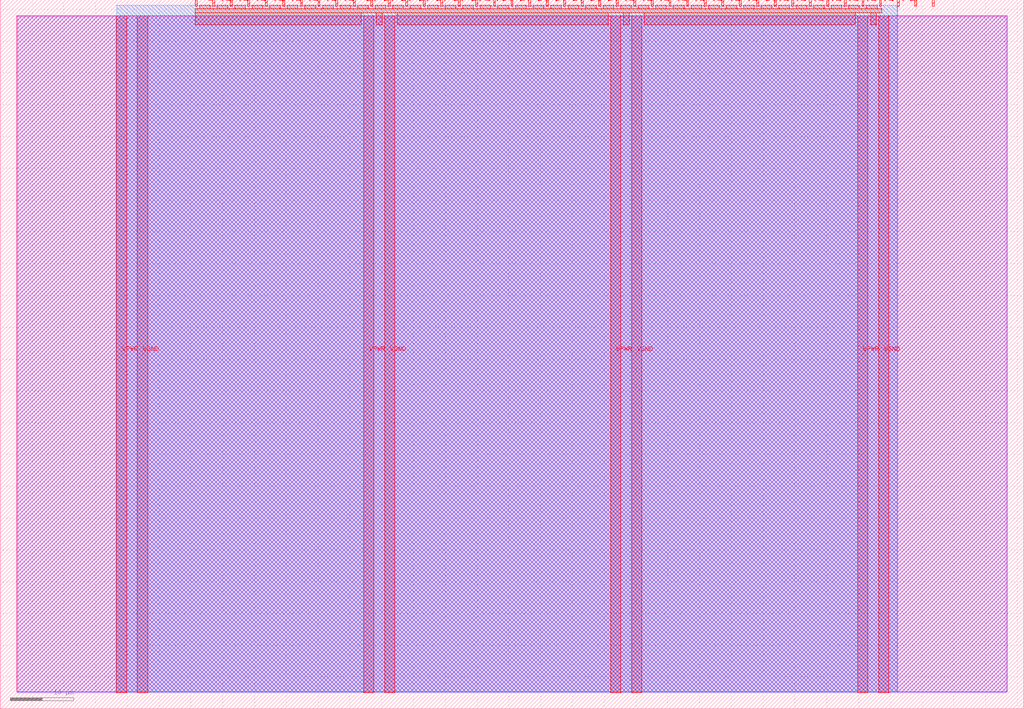
<source format=lef>
VERSION 5.7 ;
  NOWIREEXTENSIONATPIN ON ;
  DIVIDERCHAR "/" ;
  BUSBITCHARS "[]" ;
MACRO tt_um_wokwi_445254813154997249
  CLASS BLOCK ;
  FOREIGN tt_um_wokwi_445254813154997249 ;
  ORIGIN 0.000 0.000 ;
  SIZE 161.000 BY 111.520 ;
  PIN VGND
    DIRECTION INOUT ;
    USE GROUND ;
    PORT
      LAYER met4 ;
        RECT 21.580 2.480 23.180 109.040 ;
    END
    PORT
      LAYER met4 ;
        RECT 60.450 2.480 62.050 109.040 ;
    END
    PORT
      LAYER met4 ;
        RECT 99.320 2.480 100.920 109.040 ;
    END
    PORT
      LAYER met4 ;
        RECT 138.190 2.480 139.790 109.040 ;
    END
  END VGND
  PIN VPWR
    DIRECTION INOUT ;
    USE POWER ;
    PORT
      LAYER met4 ;
        RECT 18.280 2.480 19.880 109.040 ;
    END
    PORT
      LAYER met4 ;
        RECT 57.150 2.480 58.750 109.040 ;
    END
    PORT
      LAYER met4 ;
        RECT 96.020 2.480 97.620 109.040 ;
    END
    PORT
      LAYER met4 ;
        RECT 134.890 2.480 136.490 109.040 ;
    END
  END VPWR
  PIN clk
    DIRECTION INPUT ;
    USE SIGNAL ;
    PORT
      LAYER met4 ;
        RECT 143.830 110.520 144.130 111.520 ;
    END
  END clk
  PIN ena
    DIRECTION INPUT ;
    USE SIGNAL ;
    PORT
      LAYER met4 ;
        RECT 146.590 110.520 146.890 111.520 ;
    END
  END ena
  PIN rst_n
    DIRECTION INPUT ;
    USE SIGNAL ;
    PORT
      LAYER met4 ;
        RECT 141.070 110.520 141.370 111.520 ;
    END
  END rst_n
  PIN ui_in[0]
    DIRECTION INPUT ;
    USE SIGNAL ;
    ANTENNAGATEAREA 0.196500 ;
    PORT
      LAYER met4 ;
        RECT 138.310 110.520 138.610 111.520 ;
    END
  END ui_in[0]
  PIN ui_in[1]
    DIRECTION INPUT ;
    USE SIGNAL ;
    ANTENNAGATEAREA 0.196500 ;
    PORT
      LAYER met4 ;
        RECT 135.550 110.520 135.850 111.520 ;
    END
  END ui_in[1]
  PIN ui_in[2]
    DIRECTION INPUT ;
    USE SIGNAL ;
    ANTENNAGATEAREA 0.196500 ;
    PORT
      LAYER met4 ;
        RECT 132.790 110.520 133.090 111.520 ;
    END
  END ui_in[2]
  PIN ui_in[3]
    DIRECTION INPUT ;
    USE SIGNAL ;
    ANTENNAGATEAREA 0.196500 ;
    PORT
      LAYER met4 ;
        RECT 130.030 110.520 130.330 111.520 ;
    END
  END ui_in[3]
  PIN ui_in[4]
    DIRECTION INPUT ;
    USE SIGNAL ;
    ANTENNAGATEAREA 0.196500 ;
    PORT
      LAYER met4 ;
        RECT 127.270 110.520 127.570 111.520 ;
    END
  END ui_in[4]
  PIN ui_in[5]
    DIRECTION INPUT ;
    USE SIGNAL ;
    ANTENNAGATEAREA 0.196500 ;
    PORT
      LAYER met4 ;
        RECT 124.510 110.520 124.810 111.520 ;
    END
  END ui_in[5]
  PIN ui_in[6]
    DIRECTION INPUT ;
    USE SIGNAL ;
    ANTENNAGATEAREA 0.196500 ;
    PORT
      LAYER met4 ;
        RECT 121.750 110.520 122.050 111.520 ;
    END
  END ui_in[6]
  PIN ui_in[7]
    DIRECTION INPUT ;
    USE SIGNAL ;
    ANTENNAGATEAREA 0.159000 ;
    PORT
      LAYER met4 ;
        RECT 118.990 110.520 119.290 111.520 ;
    END
  END ui_in[7]
  PIN uio_in[0]
    DIRECTION INPUT ;
    USE SIGNAL ;
    PORT
      LAYER met4 ;
        RECT 116.230 110.520 116.530 111.520 ;
    END
  END uio_in[0]
  PIN uio_in[1]
    DIRECTION INPUT ;
    USE SIGNAL ;
    PORT
      LAYER met4 ;
        RECT 113.470 110.520 113.770 111.520 ;
    END
  END uio_in[1]
  PIN uio_in[2]
    DIRECTION INPUT ;
    USE SIGNAL ;
    PORT
      LAYER met4 ;
        RECT 110.710 110.520 111.010 111.520 ;
    END
  END uio_in[2]
  PIN uio_in[3]
    DIRECTION INPUT ;
    USE SIGNAL ;
    PORT
      LAYER met4 ;
        RECT 107.950 110.520 108.250 111.520 ;
    END
  END uio_in[3]
  PIN uio_in[4]
    DIRECTION INPUT ;
    USE SIGNAL ;
    PORT
      LAYER met4 ;
        RECT 105.190 110.520 105.490 111.520 ;
    END
  END uio_in[4]
  PIN uio_in[5]
    DIRECTION INPUT ;
    USE SIGNAL ;
    PORT
      LAYER met4 ;
        RECT 102.430 110.520 102.730 111.520 ;
    END
  END uio_in[5]
  PIN uio_in[6]
    DIRECTION INPUT ;
    USE SIGNAL ;
    PORT
      LAYER met4 ;
        RECT 99.670 110.520 99.970 111.520 ;
    END
  END uio_in[6]
  PIN uio_in[7]
    DIRECTION INPUT ;
    USE SIGNAL ;
    PORT
      LAYER met4 ;
        RECT 96.910 110.520 97.210 111.520 ;
    END
  END uio_in[7]
  PIN uio_oe[0]
    DIRECTION OUTPUT ;
    USE SIGNAL ;
    PORT
      LAYER met4 ;
        RECT 49.990 110.520 50.290 111.520 ;
    END
  END uio_oe[0]
  PIN uio_oe[1]
    DIRECTION OUTPUT ;
    USE SIGNAL ;
    PORT
      LAYER met4 ;
        RECT 47.230 110.520 47.530 111.520 ;
    END
  END uio_oe[1]
  PIN uio_oe[2]
    DIRECTION OUTPUT ;
    USE SIGNAL ;
    PORT
      LAYER met4 ;
        RECT 44.470 110.520 44.770 111.520 ;
    END
  END uio_oe[2]
  PIN uio_oe[3]
    DIRECTION OUTPUT ;
    USE SIGNAL ;
    PORT
      LAYER met4 ;
        RECT 41.710 110.520 42.010 111.520 ;
    END
  END uio_oe[3]
  PIN uio_oe[4]
    DIRECTION OUTPUT ;
    USE SIGNAL ;
    PORT
      LAYER met4 ;
        RECT 38.950 110.520 39.250 111.520 ;
    END
  END uio_oe[4]
  PIN uio_oe[5]
    DIRECTION OUTPUT ;
    USE SIGNAL ;
    PORT
      LAYER met4 ;
        RECT 36.190 110.520 36.490 111.520 ;
    END
  END uio_oe[5]
  PIN uio_oe[6]
    DIRECTION OUTPUT ;
    USE SIGNAL ;
    PORT
      LAYER met4 ;
        RECT 33.430 110.520 33.730 111.520 ;
    END
  END uio_oe[6]
  PIN uio_oe[7]
    DIRECTION OUTPUT ;
    USE SIGNAL ;
    PORT
      LAYER met4 ;
        RECT 30.670 110.520 30.970 111.520 ;
    END
  END uio_oe[7]
  PIN uio_out[0]
    DIRECTION OUTPUT ;
    USE SIGNAL ;
    PORT
      LAYER met4 ;
        RECT 72.070 110.520 72.370 111.520 ;
    END
  END uio_out[0]
  PIN uio_out[1]
    DIRECTION OUTPUT ;
    USE SIGNAL ;
    PORT
      LAYER met4 ;
        RECT 69.310 110.520 69.610 111.520 ;
    END
  END uio_out[1]
  PIN uio_out[2]
    DIRECTION OUTPUT ;
    USE SIGNAL ;
    PORT
      LAYER met4 ;
        RECT 66.550 110.520 66.850 111.520 ;
    END
  END uio_out[2]
  PIN uio_out[3]
    DIRECTION OUTPUT ;
    USE SIGNAL ;
    PORT
      LAYER met4 ;
        RECT 63.790 110.520 64.090 111.520 ;
    END
  END uio_out[3]
  PIN uio_out[4]
    DIRECTION OUTPUT ;
    USE SIGNAL ;
    PORT
      LAYER met4 ;
        RECT 61.030 110.520 61.330 111.520 ;
    END
  END uio_out[4]
  PIN uio_out[5]
    DIRECTION OUTPUT ;
    USE SIGNAL ;
    PORT
      LAYER met4 ;
        RECT 58.270 110.520 58.570 111.520 ;
    END
  END uio_out[5]
  PIN uio_out[6]
    DIRECTION OUTPUT ;
    USE SIGNAL ;
    PORT
      LAYER met4 ;
        RECT 55.510 110.520 55.810 111.520 ;
    END
  END uio_out[6]
  PIN uio_out[7]
    DIRECTION OUTPUT ;
    USE SIGNAL ;
    PORT
      LAYER met4 ;
        RECT 52.750 110.520 53.050 111.520 ;
    END
  END uio_out[7]
  PIN uo_out[0]
    DIRECTION OUTPUT ;
    USE SIGNAL ;
    ANTENNADIFFAREA 0.795200 ;
    PORT
      LAYER met4 ;
        RECT 94.150 110.520 94.450 111.520 ;
    END
  END uo_out[0]
  PIN uo_out[1]
    DIRECTION OUTPUT ;
    USE SIGNAL ;
    PORT
      LAYER met4 ;
        RECT 91.390 110.520 91.690 111.520 ;
    END
  END uo_out[1]
  PIN uo_out[2]
    DIRECTION OUTPUT ;
    USE SIGNAL ;
    ANTENNADIFFAREA 0.795200 ;
    PORT
      LAYER met4 ;
        RECT 88.630 110.520 88.930 111.520 ;
    END
  END uo_out[2]
  PIN uo_out[3]
    DIRECTION OUTPUT ;
    USE SIGNAL ;
    PORT
      LAYER met4 ;
        RECT 85.870 110.520 86.170 111.520 ;
    END
  END uo_out[3]
  PIN uo_out[4]
    DIRECTION OUTPUT ;
    USE SIGNAL ;
    PORT
      LAYER met4 ;
        RECT 83.110 110.520 83.410 111.520 ;
    END
  END uo_out[4]
  PIN uo_out[5]
    DIRECTION OUTPUT ;
    USE SIGNAL ;
    ANTENNADIFFAREA 0.445500 ;
    PORT
      LAYER met4 ;
        RECT 80.350 110.520 80.650 111.520 ;
    END
  END uo_out[5]
  PIN uo_out[6]
    DIRECTION OUTPUT ;
    USE SIGNAL ;
    ANTENNADIFFAREA 0.445500 ;
    PORT
      LAYER met4 ;
        RECT 77.590 110.520 77.890 111.520 ;
    END
  END uo_out[6]
  PIN uo_out[7]
    DIRECTION OUTPUT ;
    USE SIGNAL ;
    ANTENNADIFFAREA 0.445500 ;
    PORT
      LAYER met4 ;
        RECT 74.830 110.520 75.130 111.520 ;
    END
  END uo_out[7]
  OBS
      LAYER nwell ;
        RECT 2.570 2.635 158.430 108.990 ;
      LAYER li1 ;
        RECT 2.760 2.635 158.240 108.885 ;
      LAYER met1 ;
        RECT 2.760 2.480 158.240 109.040 ;
      LAYER met2 ;
        RECT 18.310 2.535 141.130 110.685 ;
      LAYER met3 ;
        RECT 18.290 2.555 141.155 110.665 ;
      LAYER met4 ;
        RECT 31.370 110.120 33.030 110.665 ;
        RECT 34.130 110.120 35.790 110.665 ;
        RECT 36.890 110.120 38.550 110.665 ;
        RECT 39.650 110.120 41.310 110.665 ;
        RECT 42.410 110.120 44.070 110.665 ;
        RECT 45.170 110.120 46.830 110.665 ;
        RECT 47.930 110.120 49.590 110.665 ;
        RECT 50.690 110.120 52.350 110.665 ;
        RECT 53.450 110.120 55.110 110.665 ;
        RECT 56.210 110.120 57.870 110.665 ;
        RECT 58.970 110.120 60.630 110.665 ;
        RECT 61.730 110.120 63.390 110.665 ;
        RECT 64.490 110.120 66.150 110.665 ;
        RECT 67.250 110.120 68.910 110.665 ;
        RECT 70.010 110.120 71.670 110.665 ;
        RECT 72.770 110.120 74.430 110.665 ;
        RECT 75.530 110.120 77.190 110.665 ;
        RECT 78.290 110.120 79.950 110.665 ;
        RECT 81.050 110.120 82.710 110.665 ;
        RECT 83.810 110.120 85.470 110.665 ;
        RECT 86.570 110.120 88.230 110.665 ;
        RECT 89.330 110.120 90.990 110.665 ;
        RECT 92.090 110.120 93.750 110.665 ;
        RECT 94.850 110.120 96.510 110.665 ;
        RECT 97.610 110.120 99.270 110.665 ;
        RECT 100.370 110.120 102.030 110.665 ;
        RECT 103.130 110.120 104.790 110.665 ;
        RECT 105.890 110.120 107.550 110.665 ;
        RECT 108.650 110.120 110.310 110.665 ;
        RECT 111.410 110.120 113.070 110.665 ;
        RECT 114.170 110.120 115.830 110.665 ;
        RECT 116.930 110.120 118.590 110.665 ;
        RECT 119.690 110.120 121.350 110.665 ;
        RECT 122.450 110.120 124.110 110.665 ;
        RECT 125.210 110.120 126.870 110.665 ;
        RECT 127.970 110.120 129.630 110.665 ;
        RECT 130.730 110.120 132.390 110.665 ;
        RECT 133.490 110.120 135.150 110.665 ;
        RECT 136.250 110.120 137.910 110.665 ;
        RECT 30.655 109.440 138.625 110.120 ;
        RECT 30.655 107.615 56.750 109.440 ;
        RECT 59.150 107.615 60.050 109.440 ;
        RECT 62.450 107.615 95.620 109.440 ;
        RECT 98.020 107.615 98.920 109.440 ;
        RECT 101.320 107.615 134.490 109.440 ;
        RECT 136.890 107.615 137.790 109.440 ;
  END
END tt_um_wokwi_445254813154997249
END LIBRARY


</source>
